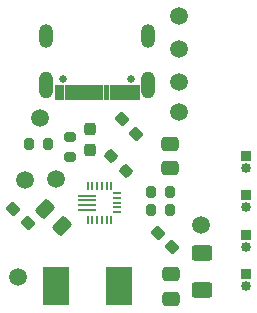
<source format=gbr>
%TF.GenerationSoftware,KiCad,Pcbnew,9.0.6*%
%TF.CreationDate,2025-12-26T02:16:26-08:00*%
%TF.ProjectId,NVG Monocular,4e564720-4d6f-46e6-9f63-756c61722e6b,rev?*%
%TF.SameCoordinates,Original*%
%TF.FileFunction,Soldermask,Top*%
%TF.FilePolarity,Negative*%
%FSLAX46Y46*%
G04 Gerber Fmt 4.6, Leading zero omitted, Abs format (unit mm)*
G04 Created by KiCad (PCBNEW 9.0.6) date 2025-12-26 02:16:26*
%MOMM*%
%LPD*%
G01*
G04 APERTURE LIST*
G04 Aperture macros list*
%AMRoundRect*
0 Rectangle with rounded corners*
0 $1 Rounding radius*
0 $2 $3 $4 $5 $6 $7 $8 $9 X,Y pos of 4 corners*
0 Add a 4 corners polygon primitive as box body*
4,1,4,$2,$3,$4,$5,$6,$7,$8,$9,$2,$3,0*
0 Add four circle primitives for the rounded corners*
1,1,$1+$1,$2,$3*
1,1,$1+$1,$4,$5*
1,1,$1+$1,$6,$7*
1,1,$1+$1,$8,$9*
0 Add four rect primitives between the rounded corners*
20,1,$1+$1,$2,$3,$4,$5,0*
20,1,$1+$1,$4,$5,$6,$7,0*
20,1,$1+$1,$6,$7,$8,$9,0*
20,1,$1+$1,$8,$9,$2,$3,0*%
G04 Aperture macros list end*
%ADD10C,0.010000*%
%ADD11C,1.500000*%
%ADD12RoundRect,0.237500X-0.380070X0.044194X0.044194X-0.380070X0.380070X-0.044194X-0.044194X0.380070X0*%
%ADD13RoundRect,0.250000X-0.475000X0.337500X-0.475000X-0.337500X0.475000X-0.337500X0.475000X0.337500X0*%
%ADD14RoundRect,0.237500X-0.344715X0.008839X0.008839X-0.344715X0.344715X-0.008839X-0.008839X0.344715X0*%
%ADD15RoundRect,0.200000X0.200000X0.275000X-0.200000X0.275000X-0.200000X-0.275000X0.200000X-0.275000X0*%
%ADD16R,1.498600X0.203200*%
%ADD17R,0.203200X0.711200*%
%ADD18R,0.711200X0.203200*%
%ADD19RoundRect,0.237500X0.237500X-0.300000X0.237500X0.300000X-0.237500X0.300000X-0.237500X-0.300000X0*%
%ADD20R,0.850000X0.850000*%
%ADD21C,0.850000*%
%ADD22RoundRect,0.200000X-0.200000X-0.275000X0.200000X-0.275000X0.200000X0.275000X-0.200000X0.275000X0*%
%ADD23RoundRect,0.250000X-0.625000X0.400000X-0.625000X-0.400000X0.625000X-0.400000X0.625000X0.400000X0*%
%ADD24RoundRect,0.250000X0.574524X0.097227X0.097227X0.574524X-0.574524X-0.097227X-0.097227X-0.574524X0*%
%ADD25RoundRect,0.250000X0.475000X-0.337500X0.475000X0.337500X-0.475000X0.337500X-0.475000X-0.337500X0*%
%ADD26RoundRect,0.200000X0.275000X-0.200000X0.275000X0.200000X-0.275000X0.200000X-0.275000X-0.200000X0*%
%ADD27R,2.235200X3.175000*%
%ADD28C,0.650000*%
%ADD29O,1.204000X2.304000*%
%ADD30O,1.204000X2.004000*%
G04 APERTURE END LIST*
D10*
%TO.C,J2*%
X143454000Y-81199000D02*
X142754000Y-81199000D01*
X142754000Y-79949000D01*
X143454000Y-79949000D01*
X143454000Y-81199000D01*
G36*
X143454000Y-81199000D02*
G01*
X142754000Y-81199000D01*
X142754000Y-79949000D01*
X143454000Y-79949000D01*
X143454000Y-81199000D01*
G37*
X144254000Y-81199000D02*
X143554000Y-81199000D01*
X143554000Y-79949000D01*
X144254000Y-79949000D01*
X144254000Y-81199000D01*
G36*
X144254000Y-81199000D02*
G01*
X143554000Y-81199000D01*
X143554000Y-79949000D01*
X144254000Y-79949000D01*
X144254000Y-81199000D01*
G37*
X144754000Y-81199000D02*
X144354000Y-81199000D01*
X144354000Y-79949000D01*
X144754000Y-79949000D01*
X144754000Y-81199000D01*
G36*
X144754000Y-81199000D02*
G01*
X144354000Y-81199000D01*
X144354000Y-79949000D01*
X144754000Y-79949000D01*
X144754000Y-81199000D01*
G37*
X145254000Y-81199000D02*
X144854000Y-81199000D01*
X144854000Y-79949000D01*
X145254000Y-79949000D01*
X145254000Y-81199000D01*
G36*
X145254000Y-81199000D02*
G01*
X144854000Y-81199000D01*
X144854000Y-79949000D01*
X145254000Y-79949000D01*
X145254000Y-81199000D01*
G37*
X145754000Y-81199000D02*
X145354000Y-81199000D01*
X145354000Y-79949000D01*
X145754000Y-79949000D01*
X145754000Y-81199000D01*
G36*
X145754000Y-81199000D02*
G01*
X145354000Y-81199000D01*
X145354000Y-79949000D01*
X145754000Y-79949000D01*
X145754000Y-81199000D01*
G37*
X146254000Y-81199000D02*
X145854000Y-81199000D01*
X145854000Y-79949000D01*
X146254000Y-79949000D01*
X146254000Y-81199000D01*
G36*
X146254000Y-81199000D02*
G01*
X145854000Y-81199000D01*
X145854000Y-79949000D01*
X146254000Y-79949000D01*
X146254000Y-81199000D01*
G37*
X146754000Y-81199000D02*
X146354000Y-81199000D01*
X146354000Y-79949000D01*
X146754000Y-79949000D01*
X146754000Y-81199000D01*
G36*
X146754000Y-81199000D02*
G01*
X146354000Y-81199000D01*
X146354000Y-79949000D01*
X146754000Y-79949000D01*
X146754000Y-81199000D01*
G37*
X147254000Y-81199000D02*
X146854000Y-81199000D01*
X146854000Y-79949000D01*
X147254000Y-79949000D01*
X147254000Y-81199000D01*
G36*
X147254000Y-81199000D02*
G01*
X146854000Y-81199000D01*
X146854000Y-79949000D01*
X147254000Y-79949000D01*
X147254000Y-81199000D01*
G37*
X147754000Y-81199000D02*
X147354000Y-81199000D01*
X147354000Y-79949000D01*
X147754000Y-79949000D01*
X147754000Y-81199000D01*
G36*
X147754000Y-81199000D02*
G01*
X147354000Y-81199000D01*
X147354000Y-79949000D01*
X147754000Y-79949000D01*
X147754000Y-81199000D01*
G37*
X148254000Y-81199000D02*
X147854000Y-81199000D01*
X147854000Y-79949000D01*
X148254000Y-79949000D01*
X148254000Y-81199000D01*
G36*
X148254000Y-81199000D02*
G01*
X147854000Y-81199000D01*
X147854000Y-79949000D01*
X148254000Y-79949000D01*
X148254000Y-81199000D01*
G37*
X149054000Y-81199000D02*
X148354000Y-81199000D01*
X148354000Y-79949000D01*
X149054000Y-79949000D01*
X149054000Y-81199000D01*
G36*
X149054000Y-81199000D02*
G01*
X148354000Y-81199000D01*
X148354000Y-79949000D01*
X149054000Y-79949000D01*
X149054000Y-81199000D01*
G37*
X149854000Y-81199000D02*
X149154000Y-81199000D01*
X149154000Y-79949000D01*
X149854000Y-79949000D01*
X149854000Y-81199000D01*
G36*
X149854000Y-81199000D02*
G01*
X149154000Y-81199000D01*
X149154000Y-79949000D01*
X149854000Y-79949000D01*
X149854000Y-81199000D01*
G37*
%TD*%
D11*
%TO.C,TP8*%
X140208000Y-88036400D03*
%TD*%
D12*
%TO.C,C2*%
X151434520Y-92506520D03*
X152654280Y-93726280D03*
%TD*%
D13*
%TO.C,C3*%
X152552400Y-95990500D03*
X152552400Y-98065500D03*
%TD*%
D11*
%TO.C,TP3*%
X153212800Y-76962000D03*
%TD*%
D14*
%TO.C,R8*%
X147487565Y-85968765D03*
X148778035Y-87259235D03*
%TD*%
D15*
%TO.C,R7*%
X142176000Y-84963000D03*
X140526000Y-84963000D03*
%TD*%
D11*
%TO.C,TP7*%
X141478000Y-82804000D03*
%TD*%
D16*
%TO.C,U1*%
X145449999Y-89349999D03*
X145449999Y-89750001D03*
X145449999Y-90150000D03*
X145449999Y-90549999D03*
D17*
X145499998Y-91400000D03*
X145900000Y-91400000D03*
X146299999Y-91400000D03*
X146699999Y-91400000D03*
X147099998Y-91400000D03*
X147500000Y-91400000D03*
D18*
X147949999Y-90750001D03*
X147949999Y-90349999D03*
X147949999Y-89950000D03*
X147949999Y-89550001D03*
X147949999Y-89149999D03*
D17*
X147500000Y-88500000D03*
X147099998Y-88500000D03*
X146699999Y-88500000D03*
X146299999Y-88500000D03*
X145900000Y-88500000D03*
X145499998Y-88500000D03*
%TD*%
D11*
%TO.C,TP2*%
X155092400Y-91846400D03*
%TD*%
D19*
%TO.C,C7*%
X145669000Y-85462500D03*
X145669000Y-83737500D03*
%TD*%
D20*
%TO.C,J4*%
X158931600Y-92660000D03*
D21*
X158931600Y-93660000D03*
%TD*%
D11*
%TO.C,TP6*%
X139573000Y-96266000D03*
%TD*%
D20*
%TO.C,N1*%
X158931600Y-95990000D03*
D21*
X158931600Y-96990000D03*
%TD*%
D20*
%TO.C,J1*%
X158931600Y-89330000D03*
D21*
X158931600Y-90330000D03*
%TD*%
D22*
%TO.C,R5*%
X150850001Y-90576400D03*
X152500001Y-90576400D03*
%TD*%
%TO.C,R4*%
X150850001Y-89000000D03*
X152500001Y-89000000D03*
%TD*%
D20*
%TO.C,J3*%
X158931600Y-86000000D03*
D21*
X158931600Y-87000000D03*
%TD*%
D12*
%TO.C,C5*%
X139217120Y-90449120D03*
X140436880Y-91668880D03*
%TD*%
D23*
%TO.C,R2*%
X155194000Y-94208000D03*
X155194000Y-97308000D03*
%TD*%
D11*
%TO.C,TP9*%
X153212800Y-79756000D03*
%TD*%
%TO.C,TP1*%
X153212800Y-82296000D03*
%TD*%
D24*
%TO.C,C4*%
X143329223Y-91919623D03*
X141861977Y-90452377D03*
%TD*%
D11*
%TO.C,TP5*%
X142849600Y-87960200D03*
%TD*%
D25*
%TO.C,C6*%
X152501600Y-87041900D03*
X152501600Y-84966900D03*
%TD*%
D26*
%TO.C,R6*%
X144018000Y-86042000D03*
X144018000Y-84392000D03*
%TD*%
D11*
%TO.C,TP4*%
X153212800Y-74168000D03*
%TD*%
D27*
%TO.C,L1*%
X148154300Y-97000000D03*
X142845700Y-97000000D03*
%TD*%
D28*
%TO.C,J2*%
X149194000Y-79499000D03*
X143414000Y-79499000D03*
D29*
X150624000Y-79999000D03*
X141984000Y-79999000D03*
D30*
X150624000Y-75819000D03*
X141984000Y-75819000D03*
%TD*%
D12*
%TO.C,C1*%
X148390120Y-82890120D03*
X149609880Y-84109880D03*
%TD*%
M02*

</source>
